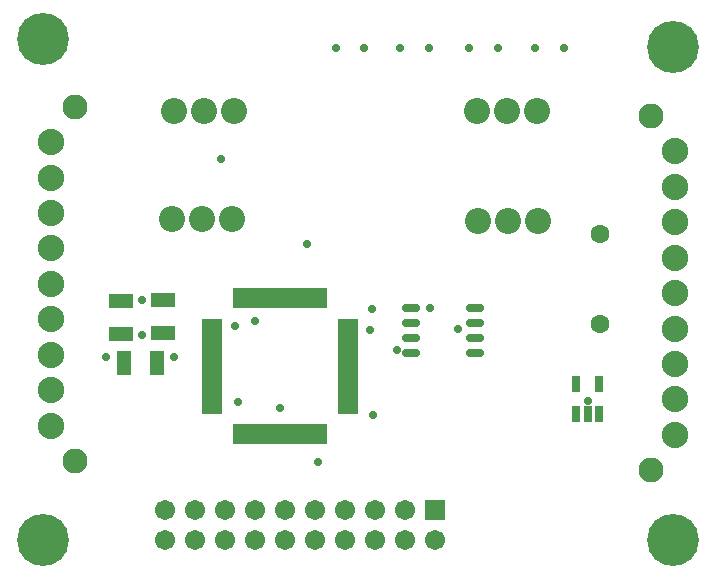
<source format=gts>
G04*
G04 #@! TF.GenerationSoftware,Altium Limited,Altium Designer,19.1.5 (86)*
G04*
G04 Layer_Color=8388736*
%FSLAX25Y25*%
%MOIN*%
G70*
G01*
G75*
%ADD25R,0.03162X0.05524*%
%ADD26O,0.06109X0.02762*%
%ADD27R,0.07965X0.04816*%
%ADD28R,0.06509X0.01981*%
%ADD29R,0.01981X0.06509*%
%ADD30R,0.04816X0.07965*%
%ADD31C,0.06312*%
%ADD32C,0.08674*%
%ADD33C,0.17300*%
%ADD34C,0.06706*%
%ADD35R,0.06706X0.06706*%
%ADD36C,0.08300*%
%ADD37C,0.08800*%
%ADD38C,0.02800*%
D25*
X189760Y64421D02*
D03*
X197240D02*
D03*
Y54579D02*
D03*
X193500D02*
D03*
X189760D02*
D03*
D26*
X134543Y75000D02*
D03*
Y80000D02*
D03*
Y85000D02*
D03*
Y90000D02*
D03*
X156000D02*
D03*
Y85000D02*
D03*
Y80000D02*
D03*
Y75000D02*
D03*
D27*
X38000Y92350D02*
D03*
Y81327D02*
D03*
X52000Y92512D02*
D03*
Y81488D02*
D03*
D28*
X68362Y85264D02*
D03*
Y83295D02*
D03*
Y81327D02*
D03*
Y79358D02*
D03*
Y77390D02*
D03*
Y75421D02*
D03*
Y73453D02*
D03*
Y71484D02*
D03*
Y69516D02*
D03*
Y67547D02*
D03*
Y65579D02*
D03*
Y63610D02*
D03*
Y61642D02*
D03*
Y59673D02*
D03*
Y57705D02*
D03*
Y55736D02*
D03*
X113638D02*
D03*
Y57705D02*
D03*
Y59673D02*
D03*
Y61642D02*
D03*
Y63610D02*
D03*
Y65579D02*
D03*
Y67547D02*
D03*
Y69516D02*
D03*
Y71484D02*
D03*
Y73453D02*
D03*
Y75421D02*
D03*
Y77390D02*
D03*
Y79358D02*
D03*
Y81327D02*
D03*
Y83295D02*
D03*
Y85264D02*
D03*
D29*
X76236Y47862D02*
D03*
X78205D02*
D03*
X80173D02*
D03*
X82142D02*
D03*
X84110D02*
D03*
X86079D02*
D03*
X88047D02*
D03*
X90016D02*
D03*
X91984D02*
D03*
X93953D02*
D03*
X95921D02*
D03*
X97890D02*
D03*
X99858D02*
D03*
X101827D02*
D03*
X103795D02*
D03*
X105764D02*
D03*
Y93138D02*
D03*
X103795D02*
D03*
X101827D02*
D03*
X99858D02*
D03*
X97890D02*
D03*
X95921D02*
D03*
X93953D02*
D03*
X91984D02*
D03*
X90016D02*
D03*
X88047D02*
D03*
X86079D02*
D03*
X84110D02*
D03*
X82142D02*
D03*
X80173D02*
D03*
X78205D02*
D03*
X76236D02*
D03*
D30*
X38988Y71500D02*
D03*
X50012D02*
D03*
D31*
X197500Y84500D02*
D03*
Y114500D02*
D03*
D32*
X55000Y119500D02*
D03*
X75000D02*
D03*
X65000D02*
D03*
X157000Y119000D02*
D03*
X177000D02*
D03*
X167000D02*
D03*
X156500Y155500D02*
D03*
X176500D02*
D03*
X166500D02*
D03*
X55500D02*
D03*
X75500D02*
D03*
X65500D02*
D03*
D33*
X222000Y12500D02*
D03*
X12000D02*
D03*
X222000Y177000D02*
D03*
X12000Y179500D02*
D03*
D34*
X52500Y12500D02*
D03*
X62500D02*
D03*
X72500D02*
D03*
X82500D02*
D03*
X92500D02*
D03*
X102500D02*
D03*
X112500D02*
D03*
X122500D02*
D03*
X132500D02*
D03*
X142500D02*
D03*
X52500Y22500D02*
D03*
X62500D02*
D03*
X72500D02*
D03*
X82500D02*
D03*
X92500D02*
D03*
X102500D02*
D03*
X112500D02*
D03*
X122500D02*
D03*
X132500D02*
D03*
D35*
X142500D02*
D03*
D36*
X214783Y35823D02*
D03*
Y153933D02*
D03*
X22500Y157000D02*
D03*
Y38890D02*
D03*
D37*
X222500Y142122D02*
D03*
Y130311D02*
D03*
Y118500D02*
D03*
Y106689D02*
D03*
Y94878D02*
D03*
Y83067D02*
D03*
Y71256D02*
D03*
Y59445D02*
D03*
Y47634D02*
D03*
X14783Y50701D02*
D03*
Y62512D02*
D03*
Y74323D02*
D03*
Y86134D02*
D03*
Y97945D02*
D03*
Y109756D02*
D03*
Y121567D02*
D03*
Y133378D02*
D03*
Y145189D02*
D03*
D38*
X122079Y54079D02*
D03*
X71250Y139500D02*
D03*
X99858Y111142D02*
D03*
X121500Y89500D02*
D03*
X185500Y176500D02*
D03*
X140500D02*
D03*
X109500D02*
D03*
X193500Y59000D02*
D03*
X150234Y82809D02*
D03*
X130000Y76000D02*
D03*
X120937Y82527D02*
D03*
X141000Y90000D02*
D03*
X55500Y73500D02*
D03*
X33000D02*
D03*
X45000Y81000D02*
D03*
Y92500D02*
D03*
X131000Y176500D02*
D03*
X76052Y84052D02*
D03*
X82500Y85500D02*
D03*
X77000Y58500D02*
D03*
X103500Y38500D02*
D03*
X163500Y176500D02*
D03*
X176000D02*
D03*
X119000D02*
D03*
X154000D02*
D03*
X91000Y56500D02*
D03*
M02*

</source>
